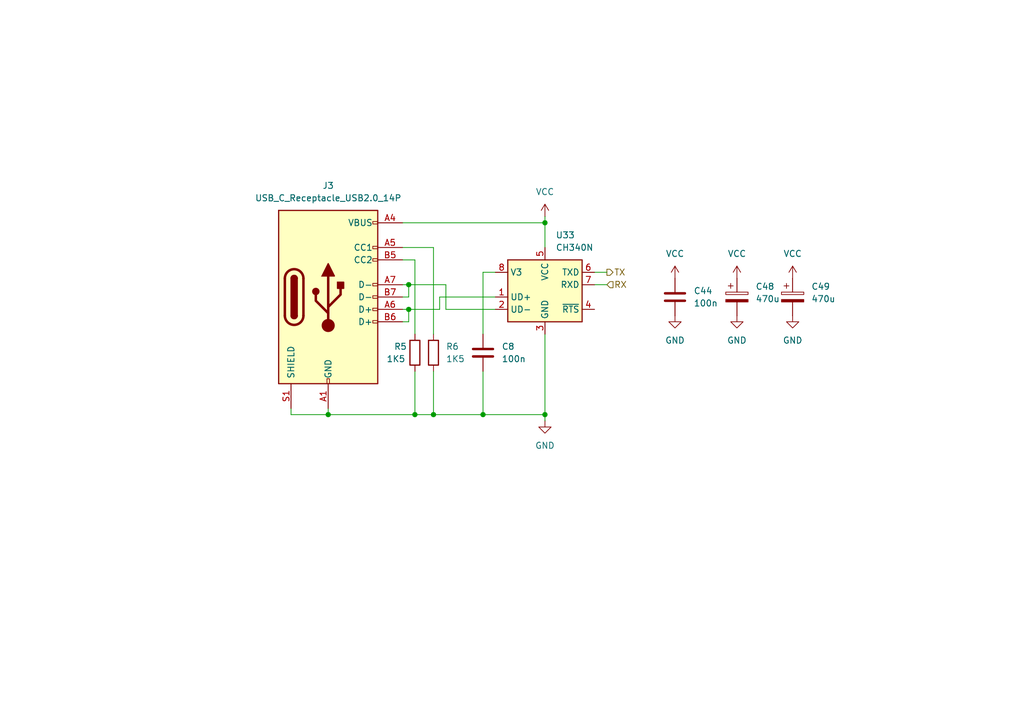
<source format=kicad_sch>
(kicad_sch (version 20231120) (generator "eeschema") (generator_version "8.0")
  (paper "A5")
  (lib_symbols
    (symbol "Connector:USB_C_Receptacle_USB2.0_14P" (pin_names (offset 1.016))
      (property "Reference" "J" (at 0 22.225 0))
      (property "Value" "USB_C_Receptacle_USB2.0_14P" (at 0 19.685 0))
      (symbol "USB_C_Receptacle_USB2.0_14P_0_0"
        (rectangle (start -0.254 -17.78) (end 0.254 -16.764))
        (rectangle (start 10.16 -4.826) (end 9.144 -5.334))
        (rectangle (start 10.16 -2.286) (end 9.144 -2.794))
        (rectangle (start 10.16 0.254) (end 9.144 -0.254))
        (rectangle (start 10.16 2.794) (end 9.144 2.286))
        (rectangle (start 10.16 7.874) (end 9.144 7.366))
        (rectangle (start 10.16 10.414) (end 9.144 9.906))
        (rectangle (start 10.16 15.494) (end 9.144 14.986))
      )
      (symbol "USB_C_Receptacle_USB2.0_14P_0_1"
        (rectangle (start -10.16 17.78) (end 10.16 -17.78) (stroke (width 0.254)) (fill (type background)))
        (arc (start -8.89 -3.81) (mid -6.985 -5.7067) (end -5.08 -3.81) (stroke (width 0.508)))
        (arc (start -7.62 -3.81) (mid -6.985 -4.4423) (end -6.35 -3.81) (stroke (width 0.254)))
        (arc (start -7.62 -3.81) (mid -6.985 -4.4423) (end -6.35 -3.81) (stroke (width 0.254)) (fill (type outline)))
        (rectangle (start -7.62 -3.81) (end -6.35 3.81) (stroke (width 0.254)) (fill (type outline)))
        (arc (start -6.35 3.81) (mid -6.985 4.4423) (end -7.62 3.81) (stroke (width 0.254)))
        (arc (start -6.35 3.81) (mid -6.985 4.4423) (end -7.62 3.81) (stroke (width 0.254)) (fill (type outline)))
        (arc (start -5.08 3.81) (mid -6.985 5.7067) (end -8.89 3.81) (stroke (width 0.508)))
        (circle (center -2.54 1.143) (radius 0.635) (stroke (width 0.254)) (fill (type outline)))
        (circle (center 0 -5.842) (radius 1.27) (fill (type outline)))
        (polyline (pts (xy -8.89 -3.81) (xy -8.89 3.81)) (stroke (width 0.508)))
        (polyline (pts (xy -5.08 3.81) (xy -5.08 -3.81)) (stroke (width 0.508)))
        (polyline (pts (xy 0 -5.842) (xy 0 4.318)) (stroke (width 0.508)))
        (polyline (pts (xy 0 -3.302) (xy -2.54 -0.762) (xy -2.54 0.508)) (stroke (width 0.508)))
        (polyline (pts (xy 0 -2.032) (xy 2.54 0.508) (xy 2.54 1.778)) (stroke (width 0.508)))
        (polyline (pts (xy -1.27 4.318) (xy 0 6.858) (xy 1.27 4.318) (xy -1.27 4.318)) (stroke (width 0.254)) (fill (type outline)))
        (rectangle (start 1.905 1.778) (end 3.175 3.048) (stroke (width 0.254)) (fill (type outline)))
      )
      (symbol "USB_C_Receptacle_USB2.0_14P_1_1"
        (pin passive line (at 0 -22.86 90) (length 5.08) (name "GND") (number "A1"))
        (pin passive line (at 0 -22.86 90) (length 5.08) hide (name "GND") (number "A12"))
        (pin passive line (at 15.24 15.24 180) (length 5.08) (name "VBUS") (number "A4"))
        (pin bidirectional line (at 15.24 10.16 180) (length 5.08) (name "CC1") (number "A5"))
        (pin bidirectional line (at 15.24 -2.54 180) (length 5.08) (name "D+") (number "A6"))
        (pin bidirectional line (at 15.24 2.54 180) (length 5.08) (name "D-") (number "A7"))
        (pin passive line (at 15.24 15.24 180) (length 5.08) hide (name "VBUS") (number "A9"))
        (pin passive line (at 0 -22.86 90) (length 5.08) hide (name "GND") (number "B1"))
        (pin passive line (at 0 -22.86 90) (length 5.08) hide (name "GND") (number "B12"))
        (pin passive line (at 15.24 15.24 180) (length 5.08) hide (name "VBUS") (number "B4"))
        (pin bidirectional line (at 15.24 7.62 180) (length 5.08) (name "CC2") (number "B5"))
        (pin bidirectional line (at 15.24 -5.08 180) (length 5.08) (name "D+") (number "B6"))
        (pin bidirectional line (at 15.24 0 180) (length 5.08) (name "D-") (number "B7"))
        (pin passive line (at 15.24 15.24 180) (length 5.08) hide (name "VBUS") (number "B9"))
        (pin passive line (at -7.62 -22.86 90) (length 5.08) (name "SHIELD") (number "S1"))
      )
    )
    (symbol "Device:C" (pin_numbers hide) (pin_names (offset 0.254))
      (property "Reference" "C" (at 0.635 2.54 0))
      (property "Value" "C" (at 0.635 -2.54 0))
      (symbol "C_0_1"
        (polyline (pts (xy -2.032 -0.762) (xy 2.032 -0.762)) (stroke (width 0.508)))
        (polyline (pts (xy -2.032 0.762) (xy 2.032 0.762)) (stroke (width 0.508)))
      )
      (symbol "C_1_1"
        (pin passive line (at 0 3.81 270) (length 2.794) (name "~") (number "1"))
        (pin passive line (at 0 -3.81 90) (length 2.794) (name "~") (number "2"))
      )
    )
    (symbol "Device:C_Polarized" (pin_numbers hide) (pin_names (offset 0.254))
      (property "Reference" "C" (at 0.635 2.54 0))
      (property "Value" "C_Polarized" (at 0.635 -2.54 0))
      (symbol "C_Polarized_0_1"
        (rectangle (start -2.286 0.508) (end 2.286 1.016))
        (polyline (pts (xy -1.778 2.286) (xy -0.762 2.286)))
        (polyline (pts (xy -1.27 2.794) (xy -1.27 1.778)))
        (rectangle (start 2.286 -0.508) (end -2.286 -1.016) (fill (type outline)))
      )
      (symbol "C_Polarized_1_1"
        (pin passive line (at 0 3.81 270) (length 2.794) (name "~") (number "1"))
        (pin passive line (at 0 -3.81 90) (length 2.794) (name "~") (number "2"))
      )
    )
    (symbol "Device:R" (pin_numbers hide) (pin_names (offset 0))
      (property "Reference" "R" (at 2.032 0 90))
      (property "Value" "R" (at 0 0 90))
      (symbol "R_0_1"
        (rectangle (start -1.016 -2.54) (end 1.016 2.54) (stroke (width 0.254)))
      )
      (symbol "R_1_1"
        (pin passive line (at 0 3.81 270) (length 1.27) (name "~") (number "1"))
        (pin passive line (at 0 -3.81 90) (length 1.27) (name "~") (number "2"))
      )
    )
    (symbol "Interface_USB:CH340N"
      (property "Reference" "U" (at -7.62 6.35 0))
      (property "Value" "CH340N" (at 7.62 6.35 0))
      (symbol "CH340N_0_1"
        (rectangle (start -7.62 5.08) (end 7.62 -7.62) (stroke (width 0.254)) (fill (type background)))
      )
      (symbol "CH340N_1_1"
        (pin bidirectional line (at -10.16 -2.54 0) (length 2.54) (name "UD+") (number "1"))
        (pin bidirectional line (at -10.16 -5.08 0) (length 2.54) (name "UD-") (number "2"))
        (pin power_in line (at 0 -10.16 90) (length 2.54) (name "GND") (number "3"))
        (pin output line (at 10.16 -5.08 180) (length 2.54) (name "~{RTS}") (number "4"))
        (pin power_in line (at 0 7.62 270) (length 2.54) (name "VCC") (number "5"))
        (pin output line (at 10.16 2.54 180) (length 2.54) (name "TXD") (number "6"))
        (pin input line (at 10.16 0 180) (length 2.54) (name "RXD") (number "7"))
        (pin passive line (at -10.16 2.54 0) (length 2.54) (name "V3") (number "8"))
      )
    )
    (symbol "power:GND" (power) (pin_numbers hide) (pin_names (offset 0) hide)
      (property "Value" "GND" (at 0 -3.81 0))
      (symbol "GND_0_1"
        (polyline (pts (xy 0 0) (xy 0 -1.27) (xy 1.27 -1.27) (xy 0 -2.54) (xy -1.27 -1.27) (xy 0 -1.27)))
      )
      (symbol "GND_1_1"
        (pin power_in line (at 0 0 270) (length 0) (name "~") (number "1"))
      )
    )
    (symbol "power:VCC" (power) (pin_numbers hide) (pin_names (offset 0) hide)
      (property "Value" "VCC" (at 0 3.556 0))
      (symbol "VCC_0_1"
        (polyline (pts (xy -0.762 1.27) (xy 0 2.54)))
        (polyline (pts (xy 0 0) (xy 0 2.54)))
        (polyline (pts (xy 0 2.54) (xy 0.762 1.27)))
      )
      (symbol "VCC_1_1"
        (pin power_in line (at 0 0 90) (length 0) (name "~") (number "1"))
      )
    )
  )
  (junction (at 85.09 85.09))
  (junction (at 83.82 63.5))
  (junction (at 111.76 85.09))
  (junction (at 99.06 85.09))
  (junction (at 111.76 45.72))
  (junction (at 88.9 85.09))
  (junction (at 67.31 85.09))
  (junction (at 83.82 58.42))
  (wire (pts (xy 82.55 60.96) (xy 83.82 60.96)))
  (wire (pts (xy 85.09 85.09) (xy 85.09 76.2)))
  (wire (pts (xy 111.76 44.45) (xy 111.76 45.72)))
  (wire (pts (xy 111.76 85.09) (xy 111.76 86.36)))
  (wire (pts (xy 85.09 68.58) (xy 85.09 53.34)))
  (wire (pts (xy 83.82 60.96) (xy 83.82 58.42)))
  (wire (pts (xy 121.92 58.42) (xy 124.46 58.42)))
  (wire (pts (xy 82.55 63.5) (xy 83.82 63.5)))
  (wire (pts (xy 99.06 85.09) (xy 99.06 76.2)))
  (wire (pts (xy 91.44 63.5) (xy 91.44 58.42)))
  (wire (pts (xy 59.69 83.82) (xy 59.69 85.09)))
  (wire (pts (xy 82.55 45.72) (xy 111.76 45.72)))
  (wire (pts (xy 83.82 63.5) (xy 90.17 63.5)))
  (wire (pts (xy 90.17 63.5) (xy 90.17 60.96)))
  (wire (pts (xy 88.9 85.09) (xy 99.06 85.09)))
  (wire (pts (xy 90.17 60.96) (xy 101.6 60.96)))
  (wire (pts (xy 99.06 85.09) (xy 111.76 85.09)))
  (wire (pts (xy 83.82 58.42) (xy 82.55 58.42)))
  (wire (pts (xy 88.9 68.58) (xy 88.9 50.8)))
  (wire (pts (xy 59.69 85.09) (xy 67.31 85.09)))
  (wire (pts (xy 85.09 53.34) (xy 82.55 53.34)))
  (wire (pts (xy 83.82 66.04) (xy 83.82 63.5)))
  (wire (pts (xy 67.31 85.09) (xy 67.31 83.82)))
  (wire (pts (xy 88.9 85.09) (xy 88.9 76.2)))
  (wire (pts (xy 101.6 63.5) (xy 91.44 63.5)))
  (wire (pts (xy 85.09 85.09) (xy 88.9 85.09)))
  (wire (pts (xy 121.92 55.88) (xy 124.46 55.88)))
  (wire (pts (xy 67.31 85.09) (xy 85.09 85.09)))
  (wire (pts (xy 88.9 50.8) (xy 82.55 50.8)))
  (wire (pts (xy 99.06 68.58) (xy 99.06 55.88)))
  (wire (pts (xy 111.76 45.72) (xy 111.76 50.8)))
  (wire (pts (xy 111.76 85.09) (xy 111.76 68.58)))
  (wire (pts (xy 82.55 66.04) (xy 83.82 66.04)))
  (wire (pts (xy 99.06 55.88) (xy 101.6 55.88)))
  (wire (pts (xy 91.44 58.42) (xy 83.82 58.42)))
  (hierarchical_label "RX" (shape input) (at 124.46 58.42 0))
  (hierarchical_label "TX" (shape output) (at 124.46 55.88 0))
  (symbol (lib_id "Connector:USB_C_Receptacle_USB2.0_14P") (at 67.31 60.96 0) (unit 1)
    (property "Reference" "J3" (at 67.31 38.1 0))
    (property "Value" "USB_C_Receptacle_USB2.0_14P" (at 67.31 40.64 0))
    (property "Footprint" "Connector_USB:USB_C_Receptacle_G-Switch_GT-USB-7010ASV" (effects (hide yes)))
    (property "Datasheet" "https://www.usb.org/sites/default/files/documents/usb_type-c.zip" (effects (hide yes)))
    (property "Description" "USB 2.0-only 14P Type-C Receptacle connector" (effects (hide yes)))
  )
  (symbol (lib_id "Device:R") (at 85.09 72.39 0) (unit 1)
    (property "Reference" "R5" (at 80.772 71.12 0) (effects (justify left)))
    (property "Value" "1K5" (at 79.248 73.66 0) (effects (justify left)))
    (property "Footprint" "Resistor_THT:R_Axial_DIN0207_L6.3mm_D2.5mm_P7.62mm_Horizontal" (effects (hide yes)))
    (property "Description" "Resistor" (effects (hide yes)))
  )
  (symbol (lib_id "power:GND") (at 151.13 64.77 0) (unit 1)
    (property "Reference" "#PWR0180" (effects (hide yes)))
    (property "Value" "GND" (at 151.13 69.85 0))
    (property "Description" "Power symbol creates a global label with name \"GND\" , ground" (effects (hide yes)))
  )
  (symbol (lib_id "Interface_USB:CH340N") (at 111.76 58.42 0) (unit 1)
    (property "Reference" "U33" (at 113.9541 48.26 0) (effects (justify left)))
    (property "Value" "CH340N" (at 113.9541 50.8 0) (effects (justify left)))
    (property "Footprint" "Package_SO:SOP-8_3.9x4.9mm_P1.27mm" (effects (hide yes)))
    (property "Datasheet" "https://aitendo3.sakura.ne.jp/aitendo_data/product_img/ic/inteface/CH340N/ch340n.pdf" (effects (hide yes)))
    (property "Description" "USB serial converter, 2Mbps, UART, SOP-8" (effects (hide yes)))
  )
  (symbol (lib_id "power:VCC") (at 162.56 57.15 0) (unit 1)
    (property "Reference" "#PWR0181" (effects (hide yes)))
    (property "Value" "VCC" (at 162.56 52.07 0))
    (property "Description" "Power symbol creates a global label with name \"VCC\"" (effects (hide yes)))
  )
  (symbol (lib_id "Device:R") (at 88.9 72.39 0) (unit 1)
    (property "Reference" "R6" (at 91.44 71.1199 0) (effects (justify left)))
    (property "Value" "1K5" (at 91.44 73.6599 0) (effects (justify left)))
    (property "Footprint" "Resistor_THT:R_Axial_DIN0207_L6.3mm_D2.5mm_P7.62mm_Horizontal" (effects (hide yes)))
    (property "Description" "Resistor" (effects (hide yes)))
  )
  (symbol (lib_id "power:GND") (at 138.43 64.77 0) (unit 1)
    (property "Reference" "#PWR0172" (effects (hide yes)))
    (property "Value" "GND" (at 138.43 69.85 0))
    (property "Description" "Power symbol creates a global label with name \"GND\" , ground" (effects (hide yes)))
  )
  (symbol (lib_id "Device:C") (at 99.06 72.39 0) (unit 1)
    (property "Reference" "C8" (at 102.87 71.1199 0) (effects (justify left)))
    (property "Value" "100n" (at 102.87 73.6599 0) (effects (justify left)))
    (property "Footprint" "Capacitor_THT:C_Disc_D5.0mm_W2.5mm_P2.50mm" (effects (hide yes)))
    (property "Description" "Unpolarized capacitor" (effects (hide yes)))
  )
  (symbol (lib_id "Device:C") (at 138.43 60.96 0) (unit 1)
    (property "Reference" "C44" (at 142.24 59.6899 0) (effects (justify left)))
    (property "Value" "100n" (at 142.24 62.2299 0) (effects (justify left)))
    (property "Footprint" "Capacitor_THT:C_Disc_D5.0mm_W2.5mm_P2.50mm" (effects (hide yes)))
    (property "Description" "Unpolarized capacitor" (effects (hide yes)))
  )
  (symbol (lib_id "power:VCC") (at 151.13 57.15 0) (unit 1)
    (property "Reference" "#PWR0179" (effects (hide yes)))
    (property "Value" "VCC" (at 151.13 52.07 0))
    (property "Description" "Power symbol creates a global label with name \"VCC\"" (effects (hide yes)))
  )
  (symbol (lib_id "Device:C_Polarized") (at 151.13 60.96 0) (unit 1)
    (property "Reference" "C48" (at 154.94 58.8009 0) (effects (justify left)))
    (property "Value" "470u" (at 154.94 61.3409 0) (effects (justify left)))
    (property "Footprint" "Capacitor_THT:CP_Radial_D10.0mm_P5.00mm" (effects (hide yes)))
    (property "Description" "Polarized capacitor" (effects (hide yes)))
  )
  (symbol (lib_id "power:VCC") (at 138.43 57.15 0) (unit 1)
    (property "Reference" "#PWR0171" (effects (hide yes)))
    (property "Value" "VCC" (at 138.43 52.07 0))
    (property "Description" "Power symbol creates a global label with name \"VCC\"" (effects (hide yes)))
  )
  (symbol (lib_id "power:GND") (at 111.76 86.36 0) (unit 1)
    (property "Reference" "#PWR085" (effects (hide yes)))
    (property "Value" "GND" (at 111.76 91.44 0))
    (property "Description" "Power symbol creates a global label with name \"GND\" , ground" (effects (hide yes)))
  )
  (symbol (lib_id "power:GND") (at 162.56 64.77 0) (unit 1)
    (property "Reference" "#PWR0182" (effects (hide yes)))
    (property "Value" "GND" (at 162.56 69.85 0))
    (property "Description" "Power symbol creates a global label with name \"GND\" , ground" (effects (hide yes)))
  )
  (symbol (lib_id "Device:C_Polarized") (at 162.56 60.96 0) (unit 1)
    (property "Reference" "C49" (at 166.37 58.8009 0) (effects (justify left)))
    (property "Value" "470u" (at 166.37 61.3409 0) (effects (justify left)))
    (property "Footprint" "Capacitor_THT:CP_Radial_D10.0mm_P5.00mm" (effects (hide yes)))
    (property "Description" "Polarized capacitor" (effects (hide yes)))
  )
  (symbol (lib_id "power:VCC") (at 111.76 44.45 0) (unit 1)
    (property "Reference" "#PWR082" (effects (hide yes)))
    (property "Value" "VCC" (at 111.76 39.37 0))
    (property "Description" "Power symbol creates a global label with name \"VCC\"" (effects (hide yes)))
  )
)
</source>
